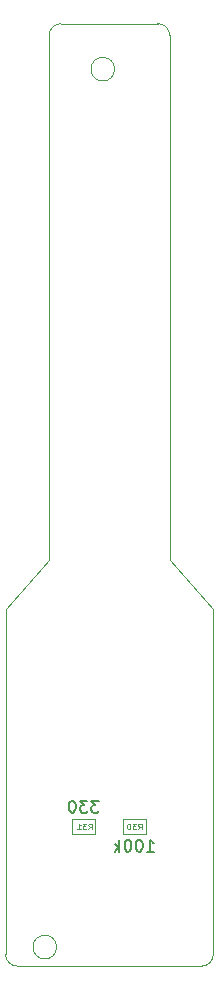
<source format=gbr>
%TF.GenerationSoftware,KiCad,Pcbnew,6.0.2-378541a8eb~116~ubuntu20.04.1*%
%TF.CreationDate,2022-02-19T19:43:00-08:00*%
%TF.ProjectId,menorah555_shamash,6d656e6f-7261-4683-9535-355f7368616d,B*%
%TF.SameCoordinates,Original*%
%TF.FileFunction,AssemblyDrawing,Bot*%
%FSLAX46Y46*%
G04 Gerber Fmt 4.6, Leading zero omitted, Abs format (unit mm)*
G04 Created by KiCad (PCBNEW 6.0.2-378541a8eb~116~ubuntu20.04.1) date 2022-02-19 19:43:00*
%MOMM*%
%LPD*%
G01*
G04 APERTURE LIST*
%TA.AperFunction,Profile*%
%ADD10C,0.050000*%
%TD*%
%ADD11C,0.150000*%
%ADD12C,0.080000*%
%ADD13C,0.100000*%
G04 APERTURE END LIST*
D10*
X110100000Y-64800000D02*
X118300000Y-64800000D01*
X119300000Y-110200000D02*
X123000000Y-114400000D01*
X109100000Y-110200000D02*
X105400000Y-114400000D01*
X109100000Y-65800000D02*
X109100000Y-110200000D01*
X110100000Y-64800000D02*
G75*
G03*
X109100000Y-65800000I-1J-999999D01*
G01*
X105400000Y-114400000D02*
X105400000Y-143600000D01*
X123000000Y-114400000D02*
X123000000Y-143600000D01*
X119300000Y-65800000D02*
X119300000Y-110200000D01*
X119300000Y-65800000D02*
G75*
G03*
X118300000Y-64800000I-999999J1D01*
G01*
X122000000Y-144600000D02*
G75*
G03*
X123000000Y-143600000I1J999999D01*
G01*
X106400000Y-144600000D02*
X122000000Y-144600000D01*
X105400000Y-143600000D02*
G75*
G03*
X106400000Y-144600000I999999J-1D01*
G01*
D11*
%TO.C,R30*%
X117383928Y-134902380D02*
X117955357Y-134902380D01*
X117669642Y-134902380D02*
X117669642Y-133902380D01*
X117764880Y-134045238D01*
X117860119Y-134140476D01*
X117955357Y-134188095D01*
X116764880Y-133902380D02*
X116669642Y-133902380D01*
X116574404Y-133950000D01*
X116526785Y-133997619D01*
X116479166Y-134092857D01*
X116431547Y-134283333D01*
X116431547Y-134521428D01*
X116479166Y-134711904D01*
X116526785Y-134807142D01*
X116574404Y-134854761D01*
X116669642Y-134902380D01*
X116764880Y-134902380D01*
X116860119Y-134854761D01*
X116907738Y-134807142D01*
X116955357Y-134711904D01*
X117002976Y-134521428D01*
X117002976Y-134283333D01*
X116955357Y-134092857D01*
X116907738Y-133997619D01*
X116860119Y-133950000D01*
X116764880Y-133902380D01*
X115812500Y-133902380D02*
X115717261Y-133902380D01*
X115622023Y-133950000D01*
X115574404Y-133997619D01*
X115526785Y-134092857D01*
X115479166Y-134283333D01*
X115479166Y-134521428D01*
X115526785Y-134711904D01*
X115574404Y-134807142D01*
X115622023Y-134854761D01*
X115717261Y-134902380D01*
X115812500Y-134902380D01*
X115907738Y-134854761D01*
X115955357Y-134807142D01*
X116002976Y-134711904D01*
X116050595Y-134521428D01*
X116050595Y-134283333D01*
X116002976Y-134092857D01*
X115955357Y-133997619D01*
X115907738Y-133950000D01*
X115812500Y-133902380D01*
X115050595Y-134902380D02*
X115050595Y-133902380D01*
X114955357Y-134521428D02*
X114669642Y-134902380D01*
X114669642Y-134235714D02*
X115050595Y-134616666D01*
D12*
X116633928Y-133026190D02*
X116800595Y-132788095D01*
X116919642Y-133026190D02*
X116919642Y-132526190D01*
X116729166Y-132526190D01*
X116681547Y-132550000D01*
X116657738Y-132573809D01*
X116633928Y-132621428D01*
X116633928Y-132692857D01*
X116657738Y-132740476D01*
X116681547Y-132764285D01*
X116729166Y-132788095D01*
X116919642Y-132788095D01*
X116467261Y-132526190D02*
X116157738Y-132526190D01*
X116324404Y-132716666D01*
X116252976Y-132716666D01*
X116205357Y-132740476D01*
X116181547Y-132764285D01*
X116157738Y-132811904D01*
X116157738Y-132930952D01*
X116181547Y-132978571D01*
X116205357Y-133002380D01*
X116252976Y-133026190D01*
X116395833Y-133026190D01*
X116443452Y-133002380D01*
X116467261Y-132978571D01*
X115848214Y-132526190D02*
X115800595Y-132526190D01*
X115752976Y-132550000D01*
X115729166Y-132573809D01*
X115705357Y-132621428D01*
X115681547Y-132716666D01*
X115681547Y-132835714D01*
X115705357Y-132930952D01*
X115729166Y-132978571D01*
X115752976Y-133002380D01*
X115800595Y-133026190D01*
X115848214Y-133026190D01*
X115895833Y-133002380D01*
X115919642Y-132978571D01*
X115943452Y-132930952D01*
X115967261Y-132835714D01*
X115967261Y-132716666D01*
X115943452Y-132621428D01*
X115919642Y-132573809D01*
X115895833Y-132550000D01*
X115848214Y-132526190D01*
D11*
%TO.C,R31*%
X113285714Y-130602380D02*
X112666666Y-130602380D01*
X113000000Y-130983333D01*
X112857142Y-130983333D01*
X112761904Y-131030952D01*
X112714285Y-131078571D01*
X112666666Y-131173809D01*
X112666666Y-131411904D01*
X112714285Y-131507142D01*
X112761904Y-131554761D01*
X112857142Y-131602380D01*
X113142857Y-131602380D01*
X113238095Y-131554761D01*
X113285714Y-131507142D01*
X112333333Y-130602380D02*
X111714285Y-130602380D01*
X112047619Y-130983333D01*
X111904761Y-130983333D01*
X111809523Y-131030952D01*
X111761904Y-131078571D01*
X111714285Y-131173809D01*
X111714285Y-131411904D01*
X111761904Y-131507142D01*
X111809523Y-131554761D01*
X111904761Y-131602380D01*
X112190476Y-131602380D01*
X112285714Y-131554761D01*
X112333333Y-131507142D01*
X111095238Y-130602380D02*
X111000000Y-130602380D01*
X110904761Y-130650000D01*
X110857142Y-130697619D01*
X110809523Y-130792857D01*
X110761904Y-130983333D01*
X110761904Y-131221428D01*
X110809523Y-131411904D01*
X110857142Y-131507142D01*
X110904761Y-131554761D01*
X111000000Y-131602380D01*
X111095238Y-131602380D01*
X111190476Y-131554761D01*
X111238095Y-131507142D01*
X111285714Y-131411904D01*
X111333333Y-131221428D01*
X111333333Y-130983333D01*
X111285714Y-130792857D01*
X111238095Y-130697619D01*
X111190476Y-130650000D01*
X111095238Y-130602380D01*
D12*
X112421428Y-133026190D02*
X112588095Y-132788095D01*
X112707142Y-133026190D02*
X112707142Y-132526190D01*
X112516666Y-132526190D01*
X112469047Y-132550000D01*
X112445238Y-132573809D01*
X112421428Y-132621428D01*
X112421428Y-132692857D01*
X112445238Y-132740476D01*
X112469047Y-132764285D01*
X112516666Y-132788095D01*
X112707142Y-132788095D01*
X112254761Y-132526190D02*
X111945238Y-132526190D01*
X112111904Y-132716666D01*
X112040476Y-132716666D01*
X111992857Y-132740476D01*
X111969047Y-132764285D01*
X111945238Y-132811904D01*
X111945238Y-132930952D01*
X111969047Y-132978571D01*
X111992857Y-133002380D01*
X112040476Y-133026190D01*
X112183333Y-133026190D01*
X112230952Y-133002380D01*
X112254761Y-132978571D01*
X111469047Y-133026190D02*
X111754761Y-133026190D01*
X111611904Y-133026190D02*
X111611904Y-132526190D01*
X111659523Y-132597619D01*
X111707142Y-132645238D01*
X111754761Y-132669047D01*
D13*
%TO.C,R30*%
X115312500Y-132175000D02*
X115312500Y-133425000D01*
X115312500Y-133425000D02*
X117312500Y-133425000D01*
X117312500Y-132175000D02*
X115312500Y-132175000D01*
X117312500Y-133425000D02*
X117312500Y-132175000D01*
%TO.C,R31*%
X113000000Y-132175000D02*
X111000000Y-132175000D01*
X111000000Y-133425000D02*
X113000000Y-133425000D01*
X113000000Y-133425000D02*
X113000000Y-132175000D01*
X111000000Y-132175000D02*
X111000000Y-133425000D01*
%TO.C,FID3*%
X114640000Y-68660000D02*
G75*
G03*
X114640000Y-68660000I-1000000J0D01*
G01*
%TO.C,FID4*%
X109730000Y-142990000D02*
G75*
G03*
X109730000Y-142990000I-1000000J0D01*
G01*
%TD*%
M02*

</source>
